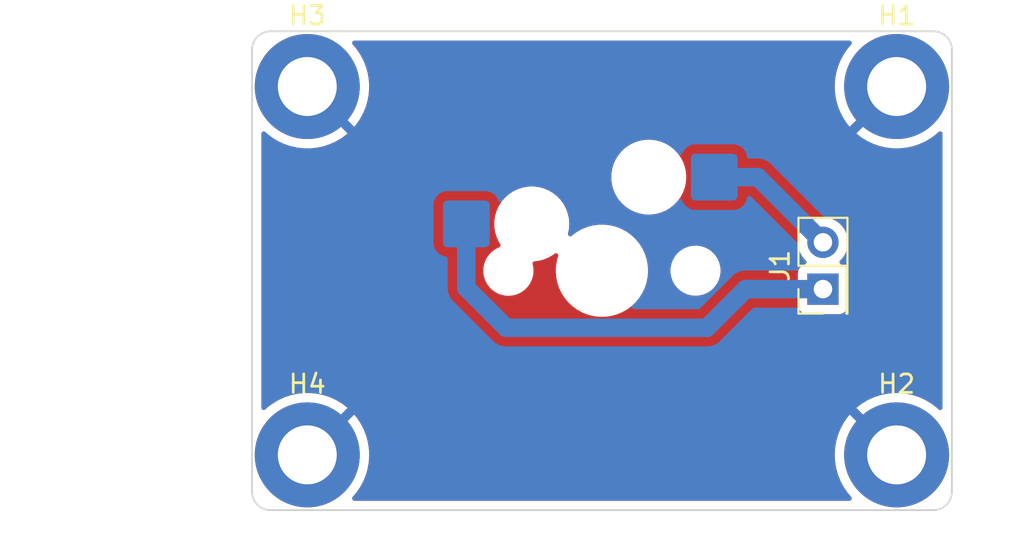
<source format=kicad_pcb>
(kicad_pcb (version 20210126) (generator pcbnew)
  (layers (0 "F.Cu" signal) (31 "B.Cu" signal) (34 "B.Paste" user) (35 "F.Paste" user) (36 "B.SilkS" user "B.Silkscreen") (37 "F.SilkS" user "F.Silkscreen") (38 "B.Mask" user) (39 "F.Mask" user) (44 "Edge.Cuts" user))
  (net 0 "")
  (net 1 "GND")
  (net 2 "Net-(J1-Pad2)")
  (net 3 "Net-(J1-Pad1)")
  (footprint "MountingHole:MountingHole_3.2mm_M3_ISO7380_Pad" (layer "F.Cu") (at -16 10)
    (fp_text reference "H4" (at 0 -3.85) (layer "F.SilkS"))
    (fp_text value "MountingHole_Pad")
    (pad "1" thru_hole circle (at 0 0) (size 5.7 5.7) (drill 3.2) (layers *.Cu *.Mask) (net 1 "GND"))
  )
  (footprint "MountingHole:MountingHole_3.2mm_M3_ISO7380_Pad" (layer "F.Cu") (at 16 10)
    (fp_text reference "H2" (at 0 -3.85) (layer "F.SilkS"))
    (fp_text value "MountingHole_Pad")
    (pad "1" thru_hole circle (at 0 0) (size 5.7 5.7) (drill 3.2) (layers *.Cu *.Mask) (net 1 "GND"))
  )
  (footprint "MountingHole:MountingHole_3.2mm_M3_ISO7380_Pad" (layer "F.Cu") (at -16 -10)
    (fp_text reference "H3" (at 0 -3.85) (layer "F.SilkS"))
    (fp_text value "MountingHole_Pad")
    (pad "1" thru_hole circle (at 0 0) (size 5.7 5.7) (drill 3.2) (layers *.Cu *.Mask) (net 1 "GND"))
  )
  (footprint "MountingHole:MountingHole_3.2mm_M3_ISO7380_Pad" (layer "F.Cu") (at 16 -10)
    (fp_text reference "H1" (at 0 -3.85) (layer "F.SilkS"))
    (fp_text value "MountingHole_Pad")
    (pad "1" thru_hole circle (at 0 0) (size 5.7 5.7) (drill 3.2) (layers *.Cu *.Mask) (net 1 "GND"))
  )
  (footprint "Connector_PinHeader_2.54mm:PinHeader_2x01_P2.54mm_Vertical" (layer "F.Cu") (at 12 1 90)
    (fp_text reference "J1" (at 1.27 -2.33 90) (layer "F.SilkS"))
    (fp_text value "Conn_01x02_Male")
    (fp_line (start -1.33 1.27) (end 1.27 1.27) (layer "F.SilkS") (width 0.12))
    (fp_line (start 3.87 -1.33) (end 3.87 1.33) (layer "F.SilkS") (width 0.12))
    (fp_line (start -1.33 0) (end -1.33 -1.33) (layer "F.SilkS") (width 0.12))
    (fp_line (start -1.33 1.33) (end 3.87 1.33) (layer "F.SilkS") (width 0.12))
    (fp_line (start -1.33 -1.33) (end 0 -1.33) (layer "F.SilkS") (width 0.12))
    (fp_line (start 1.27 -1.33) (end 3.87 -1.33) (layer "F.SilkS") (width 0.12))
    (fp_line (start 1.27 1.27) (end 1.27 -1.33) (layer "F.SilkS") (width 0.12))
    (fp_line (start -1.33 1.27) (end -1.33 1.33) (layer "F.SilkS") (width 0.12))
    (pad "1" thru_hole rect (at 0 0 90) (size 1.7 1.7) (drill 1) (layers *.Cu *.Mask) (net 3 "Net-(J1-Pad1)"))
    (pad "2" thru_hole oval (at 2.54 0 90) (size 1.7 1.7) (drill 1) (layers *.Cu *.Mask) (net 2 "Net-(J1-Pad2)"))
  )
  (footprint "AcheronMXH:MX100H" (layer "B.Cu") (at 0 0 180)
    (fp_text reference "SW1")
    (fp_text value "MXSwitch")
    (pad "" np_thru_hole circle (at 5.08 0 180) (size 1.7018 1.7018) (drill 1.7018) (layers *.Cu *.Mask))
    (pad "" np_thru_hole circle (at -5.08 0 180) (size 1.7018 1.7018) (drill 1.7018) (layers *.Cu *.Mask))
    (pad "" np_thru_hole circle (at 0 0 180) (size 3.9878 3.9878) (drill 3.9878) (layers *.Cu *.Mask))
    (pad "" np_thru_hole circle (at 3.81 2.54 90) (size 3.048 3.048) (drill 3.048) (layers *.Cu *.Mask))
    (pad "" np_thru_hole circle (at -2.54 5.08 180) (size 3.048 3.048) (drill 3.048) (layers *.Cu *.Mask))
    (pad "1" smd roundrect (at -6.096 5.08 180) (size 2.54 2.54) (layers "B.Cu" "B.Mask") (roundrect_rratio 0.1) (net 2 "Net-(J1-Pad2)"))
    (pad "2" smd roundrect (at 7.366 2.54 180) (size 2.54 2.54) (layers "B.Cu" "B.Mask") (roundrect_rratio 0.1) (net 3 "Net-(J1-Pad1)"))
  )
  (gr_arc (start 18 12) (end 19 12) (angle 90) (layer "Edge.Cuts") (width 0.1))
  (gr_arc (start -18 12) (end -18 13) (angle 90) (layer "Edge.Cuts") (width 0.1))
  (gr_arc (start 18 -12) (end 18 -13) (angle 90) (layer "Edge.Cuts") (width 0.1))
  (gr_line (start -18 -13) (end 18 -13) (layer "Edge.Cuts") (width 0.1))
  (gr_line (start 19 11) (end 19 12) (layer "Edge.Cuts") (width 0.1))
  (gr_line (start -19 12) (end -19 -12) (layer "Edge.Cuts") (width 0.1))
  (gr_line (start 19 -12) (end 19 11) (layer "Edge.Cuts") (width 0.1))
  (gr_line (start 18 13) (end -18 13) (layer "Edge.Cuts") (width 0.1))
  (gr_arc (start -18 -12) (end -18 -13) (angle -90) (layer "Edge.Cuts") (width 0.1))
  (segment (start 8.46 -5.08) (end 12 -1.54) (width 1) (layer "B.Cu") (net 2))
  (segment (start 6.096 -5.08) (end 8.46 -5.08) (width 1) (layer "B.Cu") (net 2))
  (segment (start 7.8 1) (end 12 1) (width 1) (layer "B.Cu") (net 3))
  (segment (start 7.8 1) (end 8.2 1) (width 1) (layer "B.Cu") (net 3))
  (segment (start -7.366 -2.54) (end -7.366 0.934) (width 1) (layer "B.Cu") (net 3))
  (segment (start -7.366 0.934) (end -5.2 3.1) (width 1) (layer "B.Cu") (net 3))
  (segment (start 5.7 3.1) (end 7.8 1) (width 1) (layer "B.Cu") (net 3))
  (segment (start -5.2 3.1) (end 5.7 3.1) (width 1) (layer "B.Cu") (net 3))
  (zone (net 1) (net_name "GND") (layers F&B.Cu) (priority 2) (connect_pads (clearance 0.508)) (min_thickness 0.254) (fill yes (thermal_gap 0.508) (thermal_bridge_width 0.508))
    (polygon (pts (xy 19 13) (xy -19 13) (xy -19 -13) (xy 19 -13)))
  )
)
</source>
